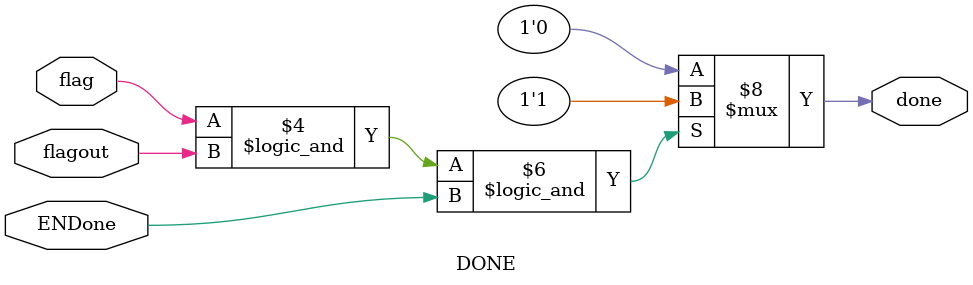
<source format=v>
module DONE(
input flag,
input flagout,
output reg done,
input ENDone
);
//assign done = (flag==1'b1 && flagout ==1'b1)?1'b1:1'b0;
always @(*)begin
		if(flag ==1'b1 && flagout ==1'b1 && ENDone == 1'b1)
		done <= 1'b1;
		else
		done <= 1'b0;
end

endmodule

</source>
